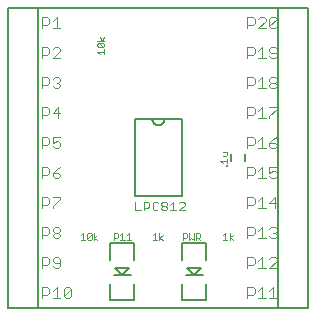
<source format=gto>
G75*
G70*
%OFA0B0*%
%FSLAX24Y24*%
%IPPOS*%
%LPD*%
%AMOC8*
5,1,8,0,0,1.08239X$1,22.5*
%
%ADD10C,0.0000*%
%ADD11C,0.0030*%
%ADD12C,0.0050*%
%ADD13C,0.0020*%
%ADD14C,0.0080*%
%ADD15C,0.0060*%
D10*
X000150Y000150D02*
X000150Y010146D01*
X010120Y010146D01*
X010120Y000150D01*
X000150Y000150D01*
D11*
X001265Y000465D02*
X001265Y000835D01*
X001450Y000835D01*
X001512Y000774D01*
X001512Y000650D01*
X001450Y000588D01*
X001265Y000588D01*
X001633Y000465D02*
X001880Y000465D01*
X001757Y000465D02*
X001757Y000835D01*
X001633Y000712D01*
X002002Y000774D02*
X002002Y000527D01*
X002249Y000774D01*
X002249Y000527D01*
X002187Y000465D01*
X002063Y000465D01*
X002002Y000527D01*
X002002Y000774D02*
X002063Y000835D01*
X002187Y000835D01*
X002249Y000774D01*
X001818Y001465D02*
X001695Y001465D01*
X001633Y001527D01*
X001695Y001650D02*
X001633Y001712D01*
X001633Y001774D01*
X001695Y001835D01*
X001818Y001835D01*
X001880Y001774D01*
X001880Y001527D01*
X001818Y001465D01*
X001880Y001650D02*
X001695Y001650D01*
X001512Y001650D02*
X001450Y001588D01*
X001265Y001588D01*
X001265Y001465D02*
X001265Y001835D01*
X001450Y001835D01*
X001512Y001774D01*
X001512Y001650D01*
X001695Y002465D02*
X001633Y002527D01*
X001633Y002588D01*
X001695Y002650D01*
X001818Y002650D01*
X001880Y002588D01*
X001880Y002527D01*
X001818Y002465D01*
X001695Y002465D01*
X001695Y002650D02*
X001633Y002712D01*
X001633Y002774D01*
X001695Y002835D01*
X001818Y002835D01*
X001880Y002774D01*
X001880Y002712D01*
X001818Y002650D01*
X001512Y002650D02*
X001450Y002588D01*
X001265Y002588D01*
X001265Y002465D02*
X001265Y002835D01*
X001450Y002835D01*
X001512Y002774D01*
X001512Y002650D01*
X001633Y003465D02*
X001633Y003527D01*
X001880Y003774D01*
X001880Y003835D01*
X001633Y003835D01*
X001512Y003774D02*
X001512Y003650D01*
X001450Y003588D01*
X001265Y003588D01*
X001265Y003465D02*
X001265Y003835D01*
X001450Y003835D01*
X001512Y003774D01*
X001695Y004465D02*
X001633Y004527D01*
X001633Y004650D01*
X001818Y004650D01*
X001880Y004588D01*
X001880Y004527D01*
X001818Y004465D01*
X001695Y004465D01*
X001633Y004650D02*
X001757Y004774D01*
X001880Y004835D01*
X001512Y004774D02*
X001512Y004650D01*
X001450Y004588D01*
X001265Y004588D01*
X001265Y004465D02*
X001265Y004835D01*
X001450Y004835D01*
X001512Y004774D01*
X001695Y005465D02*
X001633Y005527D01*
X001695Y005465D02*
X001818Y005465D01*
X001880Y005527D01*
X001880Y005650D01*
X001818Y005712D01*
X001757Y005712D01*
X001633Y005650D01*
X001633Y005835D01*
X001880Y005835D01*
X001512Y005774D02*
X001512Y005650D01*
X001450Y005588D01*
X001265Y005588D01*
X001265Y005465D02*
X001265Y005835D01*
X001450Y005835D01*
X001512Y005774D01*
X001265Y006465D02*
X001265Y006835D01*
X001450Y006835D01*
X001512Y006774D01*
X001512Y006650D01*
X001450Y006588D01*
X001265Y006588D01*
X001633Y006650D02*
X001880Y006650D01*
X001818Y006465D02*
X001818Y006835D01*
X001633Y006650D01*
X001695Y007465D02*
X001633Y007527D01*
X001695Y007465D02*
X001818Y007465D01*
X001880Y007527D01*
X001880Y007588D01*
X001818Y007650D01*
X001757Y007650D01*
X001818Y007650D02*
X001880Y007712D01*
X001880Y007774D01*
X001818Y007835D01*
X001695Y007835D01*
X001633Y007774D01*
X001512Y007774D02*
X001512Y007650D01*
X001450Y007588D01*
X001265Y007588D01*
X001265Y007465D02*
X001265Y007835D01*
X001450Y007835D01*
X001512Y007774D01*
X001633Y008465D02*
X001880Y008712D01*
X001880Y008774D01*
X001818Y008835D01*
X001695Y008835D01*
X001633Y008774D01*
X001512Y008774D02*
X001512Y008650D01*
X001450Y008588D01*
X001265Y008588D01*
X001265Y008465D02*
X001265Y008835D01*
X001450Y008835D01*
X001512Y008774D01*
X001633Y008465D02*
X001880Y008465D01*
X001880Y009465D02*
X001633Y009465D01*
X001450Y009588D02*
X001265Y009588D01*
X001265Y009465D02*
X001265Y009835D01*
X001450Y009835D01*
X001512Y009774D01*
X001512Y009650D01*
X001450Y009588D01*
X001633Y009712D02*
X001757Y009835D01*
X001757Y009465D01*
X004368Y003684D02*
X004368Y003393D01*
X004562Y003393D01*
X004663Y003393D02*
X004663Y003684D01*
X004808Y003684D01*
X004856Y003635D01*
X004856Y003538D01*
X004808Y003490D01*
X004663Y003490D01*
X004957Y003442D02*
X005006Y003393D01*
X005103Y003393D01*
X005151Y003442D01*
X005252Y003442D02*
X005252Y003490D01*
X005300Y003538D01*
X005397Y003538D01*
X005446Y003490D01*
X005446Y003442D01*
X005397Y003393D01*
X005300Y003393D01*
X005252Y003442D01*
X005300Y003538D02*
X005252Y003587D01*
X005252Y003635D01*
X005300Y003684D01*
X005397Y003684D01*
X005446Y003635D01*
X005446Y003587D01*
X005397Y003538D01*
X005547Y003587D02*
X005644Y003684D01*
X005644Y003393D01*
X005740Y003393D02*
X005547Y003393D01*
X005841Y003393D02*
X006035Y003587D01*
X006035Y003635D01*
X005987Y003684D01*
X005890Y003684D01*
X005841Y003635D01*
X005841Y003393D02*
X006035Y003393D01*
X005151Y003635D02*
X005103Y003684D01*
X005006Y003684D01*
X004957Y003635D01*
X004957Y003442D01*
X008115Y003465D02*
X008115Y003835D01*
X008300Y003835D01*
X008362Y003774D01*
X008362Y003650D01*
X008300Y003588D01*
X008115Y003588D01*
X008483Y003465D02*
X008730Y003465D01*
X008607Y003465D02*
X008607Y003835D01*
X008483Y003712D01*
X008852Y003650D02*
X009099Y003650D01*
X009037Y003465D02*
X009037Y003835D01*
X008852Y003650D01*
X008913Y002835D02*
X009037Y002835D01*
X009099Y002774D01*
X009099Y002712D01*
X009037Y002650D01*
X009099Y002588D01*
X009099Y002527D01*
X009037Y002465D01*
X008913Y002465D01*
X008852Y002527D01*
X008730Y002465D02*
X008483Y002465D01*
X008607Y002465D02*
X008607Y002835D01*
X008483Y002712D01*
X008362Y002774D02*
X008362Y002650D01*
X008300Y002588D01*
X008115Y002588D01*
X008115Y002465D02*
X008115Y002835D01*
X008300Y002835D01*
X008362Y002774D01*
X008852Y002774D02*
X008913Y002835D01*
X008975Y002650D02*
X009037Y002650D01*
X009037Y001835D02*
X008913Y001835D01*
X008852Y001774D01*
X009037Y001835D02*
X009099Y001774D01*
X009099Y001712D01*
X008852Y001465D01*
X009099Y001465D01*
X008730Y001465D02*
X008483Y001465D01*
X008607Y001465D02*
X008607Y001835D01*
X008483Y001712D01*
X008362Y001774D02*
X008362Y001650D01*
X008300Y001588D01*
X008115Y001588D01*
X008115Y001465D02*
X008115Y001835D01*
X008300Y001835D01*
X008362Y001774D01*
X008300Y000835D02*
X008115Y000835D01*
X008115Y000465D01*
X008115Y000588D02*
X008300Y000588D01*
X008362Y000650D01*
X008362Y000774D01*
X008300Y000835D01*
X008483Y000712D02*
X008607Y000835D01*
X008607Y000465D01*
X008730Y000465D02*
X008483Y000465D01*
X008852Y000465D02*
X009099Y000465D01*
X008975Y000465D02*
X008975Y000835D01*
X008852Y000712D01*
X008913Y004465D02*
X008852Y004527D01*
X008913Y004465D02*
X009037Y004465D01*
X009099Y004527D01*
X009099Y004650D01*
X009037Y004712D01*
X008975Y004712D01*
X008852Y004650D01*
X008852Y004835D01*
X009099Y004835D01*
X008730Y004465D02*
X008483Y004465D01*
X008607Y004465D02*
X008607Y004835D01*
X008483Y004712D01*
X008362Y004774D02*
X008362Y004650D01*
X008300Y004588D01*
X008115Y004588D01*
X008115Y004465D02*
X008115Y004835D01*
X008300Y004835D01*
X008362Y004774D01*
X008483Y005465D02*
X008730Y005465D01*
X008607Y005465D02*
X008607Y005835D01*
X008483Y005712D01*
X008362Y005774D02*
X008362Y005650D01*
X008300Y005588D01*
X008115Y005588D01*
X008115Y005465D02*
X008115Y005835D01*
X008300Y005835D01*
X008362Y005774D01*
X008852Y005650D02*
X008852Y005527D01*
X008913Y005465D01*
X009037Y005465D01*
X009099Y005527D01*
X009099Y005588D01*
X009037Y005650D01*
X008852Y005650D01*
X008975Y005774D01*
X009099Y005835D01*
X008852Y006465D02*
X008852Y006527D01*
X009099Y006774D01*
X009099Y006835D01*
X008852Y006835D01*
X008607Y006835D02*
X008607Y006465D01*
X008730Y006465D02*
X008483Y006465D01*
X008300Y006588D02*
X008115Y006588D01*
X008115Y006465D02*
X008115Y006835D01*
X008300Y006835D01*
X008362Y006774D01*
X008362Y006650D01*
X008300Y006588D01*
X008483Y006712D02*
X008607Y006835D01*
X008607Y007465D02*
X008607Y007835D01*
X008483Y007712D01*
X008362Y007774D02*
X008362Y007650D01*
X008300Y007588D01*
X008115Y007588D01*
X008115Y007465D02*
X008115Y007835D01*
X008300Y007835D01*
X008362Y007774D01*
X008483Y007465D02*
X008730Y007465D01*
X008852Y007527D02*
X008852Y007588D01*
X008913Y007650D01*
X009037Y007650D01*
X009099Y007588D01*
X009099Y007527D01*
X009037Y007465D01*
X008913Y007465D01*
X008852Y007527D01*
X008913Y007650D02*
X008852Y007712D01*
X008852Y007774D01*
X008913Y007835D01*
X009037Y007835D01*
X009099Y007774D01*
X009099Y007712D01*
X009037Y007650D01*
X009037Y008465D02*
X008913Y008465D01*
X008852Y008527D01*
X008730Y008465D02*
X008483Y008465D01*
X008607Y008465D02*
X008607Y008835D01*
X008483Y008712D01*
X008362Y008774D02*
X008362Y008650D01*
X008300Y008588D01*
X008115Y008588D01*
X008115Y008465D02*
X008115Y008835D01*
X008300Y008835D01*
X008362Y008774D01*
X008852Y008774D02*
X008852Y008712D01*
X008913Y008650D01*
X009099Y008650D01*
X009099Y008527D02*
X009099Y008774D01*
X009037Y008835D01*
X008913Y008835D01*
X008852Y008774D01*
X009099Y008527D02*
X009037Y008465D01*
X009037Y009465D02*
X008913Y009465D01*
X008852Y009527D01*
X009099Y009774D01*
X009099Y009527D01*
X009037Y009465D01*
X008852Y009527D02*
X008852Y009774D01*
X008913Y009835D01*
X009037Y009835D01*
X009099Y009774D01*
X008730Y009774D02*
X008730Y009712D01*
X008483Y009465D01*
X008730Y009465D01*
X008730Y009774D02*
X008668Y009835D01*
X008545Y009835D01*
X008483Y009774D01*
X008362Y009774D02*
X008362Y009650D01*
X008300Y009588D01*
X008115Y009588D01*
X008115Y009465D02*
X008115Y009835D01*
X008300Y009835D01*
X008362Y009774D01*
D12*
X000150Y010150D02*
X000150Y000150D01*
X001150Y000150D01*
X009150Y000150D01*
X009150Y010150D01*
X001150Y010150D01*
X000150Y010150D01*
X001150Y010150D02*
X001150Y000150D01*
X004363Y003870D02*
X004363Y006430D01*
X004953Y006430D01*
X005347Y006430D01*
X005937Y006430D01*
X005937Y003870D01*
X004363Y003870D01*
X004953Y006430D02*
X004955Y006403D01*
X004960Y006377D01*
X004969Y006352D01*
X004982Y006328D01*
X004997Y006306D01*
X005016Y006286D01*
X005036Y006269D01*
X005059Y006255D01*
X005084Y006244D01*
X005110Y006237D01*
X005137Y006233D01*
X005163Y006233D01*
X005190Y006237D01*
X005216Y006244D01*
X005241Y006255D01*
X005264Y006269D01*
X005284Y006286D01*
X005303Y006306D01*
X005318Y006328D01*
X005331Y006352D01*
X005340Y006377D01*
X005345Y006403D01*
X005347Y006430D01*
X009150Y010150D02*
X010150Y010150D01*
X010150Y000150D01*
X009150Y000150D01*
D13*
X007636Y002420D02*
X007526Y002493D01*
X007636Y002567D01*
X007526Y002640D02*
X007526Y002420D01*
X007452Y002420D02*
X007305Y002420D01*
X007378Y002420D02*
X007378Y002640D01*
X007305Y002567D01*
X006549Y002593D02*
X006549Y002520D01*
X006512Y002483D01*
X006402Y002483D01*
X006402Y002410D02*
X006402Y002630D01*
X006512Y002630D01*
X006549Y002593D01*
X006475Y002483D02*
X006549Y002410D01*
X006328Y002410D02*
X006328Y002630D01*
X006181Y002630D02*
X006181Y002410D01*
X006254Y002483D01*
X006328Y002410D01*
X006107Y002520D02*
X006107Y002593D01*
X006070Y002630D01*
X005960Y002630D01*
X005960Y002410D01*
X005960Y002483D02*
X006070Y002483D01*
X006107Y002520D01*
X005291Y002557D02*
X005181Y002483D01*
X005291Y002410D01*
X005181Y002410D02*
X005181Y002630D01*
X005033Y002630D02*
X005033Y002410D01*
X004960Y002410D02*
X005107Y002410D01*
X004960Y002557D02*
X005033Y002630D01*
X004249Y002410D02*
X004102Y002410D01*
X004175Y002410D02*
X004175Y002630D01*
X004102Y002557D01*
X004028Y002410D02*
X003881Y002410D01*
X003954Y002410D02*
X003954Y002630D01*
X003881Y002557D01*
X003807Y002593D02*
X003807Y002520D01*
X003770Y002483D01*
X003660Y002483D01*
X003660Y002410D02*
X003660Y002630D01*
X003770Y002630D01*
X003807Y002593D01*
X003112Y002557D02*
X003002Y002483D01*
X003112Y002410D01*
X003002Y002410D02*
X003002Y002630D01*
X002928Y002593D02*
X002781Y002447D01*
X002818Y002410D01*
X002891Y002410D01*
X002928Y002447D01*
X002928Y002593D01*
X002891Y002630D01*
X002818Y002630D01*
X002781Y002593D01*
X002781Y002447D01*
X002707Y002410D02*
X002560Y002410D01*
X002633Y002410D02*
X002633Y002630D01*
X002560Y002557D01*
X007220Y005044D02*
X007440Y005044D01*
X007440Y005117D02*
X007440Y004970D01*
X007440Y004897D02*
X007403Y004897D01*
X007403Y004860D01*
X007440Y004860D01*
X007440Y004897D01*
X007293Y004970D02*
X007220Y005044D01*
X007293Y005191D02*
X007403Y005191D01*
X007440Y005228D01*
X007440Y005338D01*
X007293Y005338D01*
X003340Y008610D02*
X003340Y008757D01*
X003340Y008683D02*
X003120Y008683D01*
X003193Y008610D01*
X003157Y008831D02*
X003120Y008868D01*
X003120Y008941D01*
X003157Y008978D01*
X003303Y008831D01*
X003340Y008868D01*
X003340Y008941D01*
X003303Y008978D01*
X003157Y008978D01*
X003120Y009052D02*
X003340Y009052D01*
X003267Y009052D02*
X003193Y009162D01*
X003267Y009052D02*
X003340Y009162D01*
X003303Y008831D02*
X003157Y008831D01*
D14*
X003556Y002295D02*
X003556Y001744D01*
X003714Y001468D02*
X003950Y001232D01*
X004186Y001468D01*
X003714Y001468D01*
X003674Y001232D02*
X003950Y001232D01*
X004226Y001232D01*
X004344Y000956D02*
X004344Y000405D01*
X003556Y000405D01*
X003556Y000956D01*
X004344Y001744D02*
X004344Y002295D01*
X003556Y002295D01*
X005956Y002295D02*
X005956Y001744D01*
X006114Y001468D02*
X006350Y001232D01*
X006586Y001468D01*
X006114Y001468D01*
X006074Y001232D02*
X006350Y001232D01*
X006626Y001232D01*
X006744Y000956D02*
X006744Y000405D01*
X005956Y000405D01*
X005956Y000956D01*
X006744Y001744D02*
X006744Y002295D01*
X005956Y002295D01*
D15*
X007564Y005032D02*
X007564Y005268D01*
X008036Y005268D02*
X008036Y005032D01*
M02*

</source>
